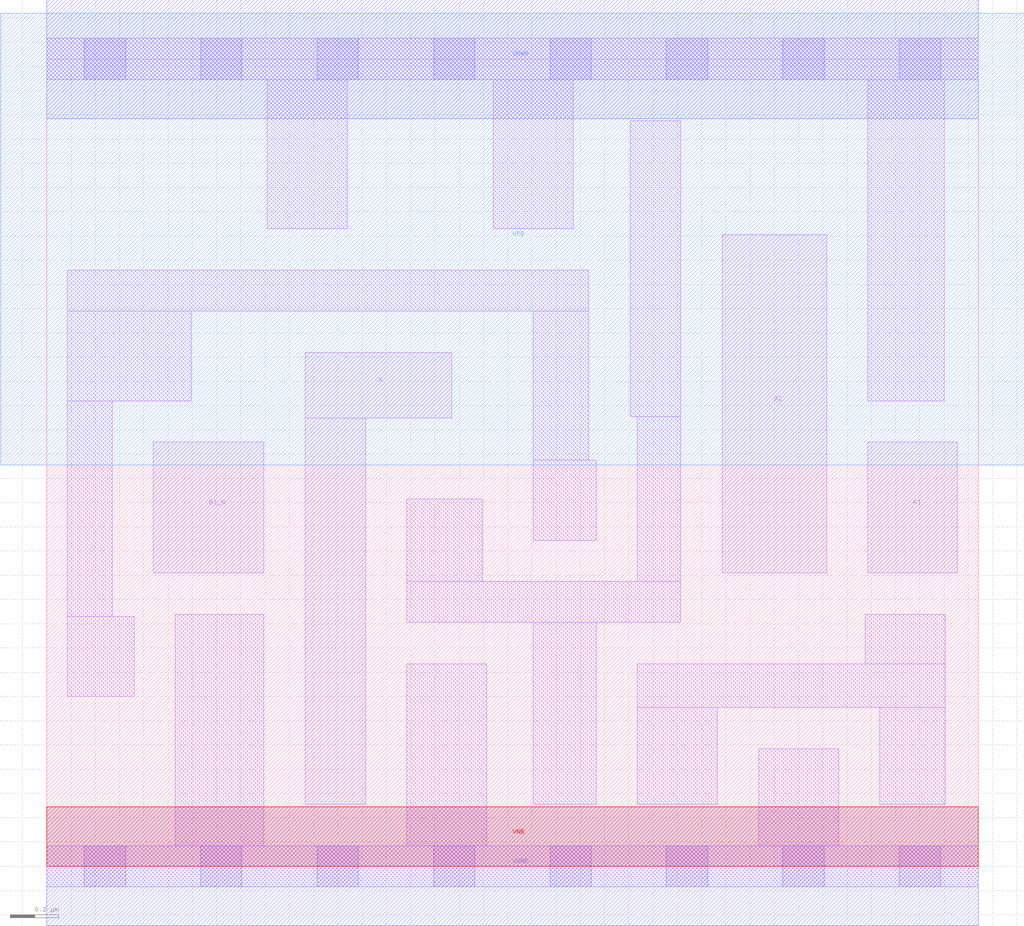
<source format=lef>
# Copyright 2020 The SkyWater PDK Authors
#
# Licensed under the Apache License, Version 2.0 (the "License");
# you may not use this file except in compliance with the License.
# You may obtain a copy of the License at
#
#     https://www.apache.org/licenses/LICENSE-2.0
#
# Unless required by applicable law or agreed to in writing, software
# distributed under the License is distributed on an "AS IS" BASIS,
# WITHOUT WARRANTIES OR CONDITIONS OF ANY KIND, either express or implied.
# See the License for the specific language governing permissions and
# limitations under the License.
#
# SPDX-License-Identifier: Apache-2.0

VERSION 5.7 ;
  NOWIREEXTENSIONATPIN ON ;
  DIVIDERCHAR "/" ;
  BUSBITCHARS "[]" ;
MACRO sky130_fd_sc_lp__o21ba_2
  CLASS CORE ;
  FOREIGN sky130_fd_sc_lp__o21ba_2 ;
  ORIGIN  0.000000  0.000000 ;
  SIZE  3.840000 BY  3.330000 ;
  SYMMETRY X Y R90 ;
  SITE unit ;
  PIN A1
    ANTENNAGATEAREA  0.315000 ;
    DIRECTION INPUT ;
    USE SIGNAL ;
    PORT
      LAYER li1 ;
        RECT 3.385000 1.210000 3.755000 1.750000 ;
    END
  END A1
  PIN A2
    ANTENNAGATEAREA  0.315000 ;
    DIRECTION INPUT ;
    USE SIGNAL ;
    PORT
      LAYER li1 ;
        RECT 2.785000 1.210000 3.215000 2.605000 ;
    END
  END A2
  PIN B1_N
    ANTENNAGATEAREA  0.126000 ;
    DIRECTION INPUT ;
    USE SIGNAL ;
    PORT
      LAYER li1 ;
        RECT 0.440000 1.210000 0.895000 1.750000 ;
    END
  END B1_N
  PIN X
    ANTENNADIFFAREA  0.588000 ;
    DIRECTION OUTPUT ;
    USE SIGNAL ;
    PORT
      LAYER li1 ;
        RECT 1.065000 0.255000 1.315000 1.850000 ;
        RECT 1.065000 1.850000 1.670000 2.120000 ;
    END
  END X
  PIN VGND
    DIRECTION INOUT ;
    USE GROUND ;
    PORT
      LAYER met1 ;
        RECT 0.000000 -0.245000 3.840000 0.245000 ;
    END
  END VGND
  PIN VNB
    DIRECTION INOUT ;
    USE GROUND ;
    PORT
      LAYER pwell ;
        RECT 0.000000 0.000000 3.840000 0.245000 ;
    END
  END VNB
  PIN VPB
    DIRECTION INOUT ;
    USE POWER ;
    PORT
      LAYER nwell ;
        RECT -0.190000 1.655000 4.030000 3.520000 ;
    END
  END VPB
  PIN VPWR
    DIRECTION INOUT ;
    USE POWER ;
    PORT
      LAYER met1 ;
        RECT 0.000000 3.085000 3.840000 3.575000 ;
    END
  END VPWR
  OBS
    LAYER li1 ;
      RECT 0.000000 -0.085000 3.840000 0.085000 ;
      RECT 0.000000  3.245000 3.840000 3.415000 ;
      RECT 0.085000  0.700000 0.360000 1.030000 ;
      RECT 0.085000  1.030000 0.270000 1.920000 ;
      RECT 0.085000  1.920000 0.595000 2.290000 ;
      RECT 0.085000  2.290000 2.235000 2.460000 ;
      RECT 0.530000  0.085000 0.895000 1.040000 ;
      RECT 0.910000  2.630000 1.240000 3.245000 ;
      RECT 1.485000  0.085000 1.815000 0.835000 ;
      RECT 1.485000  1.005000 2.615000 1.175000 ;
      RECT 1.485000  1.175000 1.795000 1.515000 ;
      RECT 1.840000  2.630000 2.170000 3.245000 ;
      RECT 2.005000  0.255000 2.265000 1.005000 ;
      RECT 2.005000  1.345000 2.265000 1.675000 ;
      RECT 2.005000  1.675000 2.235000 2.290000 ;
      RECT 2.405000  1.855000 2.615000 3.075000 ;
      RECT 2.435000  0.255000 2.765000 0.655000 ;
      RECT 2.435000  0.655000 3.705000 0.835000 ;
      RECT 2.435000  1.175000 2.615000 1.855000 ;
      RECT 2.935000  0.085000 3.265000 0.485000 ;
      RECT 3.375000  0.835000 3.705000 1.040000 ;
      RECT 3.385000  1.920000 3.700000 3.245000 ;
      RECT 3.435000  0.255000 3.705000 0.655000 ;
    LAYER mcon ;
      RECT 0.155000 -0.085000 0.325000 0.085000 ;
      RECT 0.155000  3.245000 0.325000 3.415000 ;
      RECT 0.635000 -0.085000 0.805000 0.085000 ;
      RECT 0.635000  3.245000 0.805000 3.415000 ;
      RECT 1.115000 -0.085000 1.285000 0.085000 ;
      RECT 1.115000  3.245000 1.285000 3.415000 ;
      RECT 1.595000 -0.085000 1.765000 0.085000 ;
      RECT 1.595000  3.245000 1.765000 3.415000 ;
      RECT 2.075000 -0.085000 2.245000 0.085000 ;
      RECT 2.075000  3.245000 2.245000 3.415000 ;
      RECT 2.555000 -0.085000 2.725000 0.085000 ;
      RECT 2.555000  3.245000 2.725000 3.415000 ;
      RECT 3.035000 -0.085000 3.205000 0.085000 ;
      RECT 3.035000  3.245000 3.205000 3.415000 ;
      RECT 3.515000 -0.085000 3.685000 0.085000 ;
      RECT 3.515000  3.245000 3.685000 3.415000 ;
  END
END sky130_fd_sc_lp__o21ba_2
END LIBRARY

</source>
